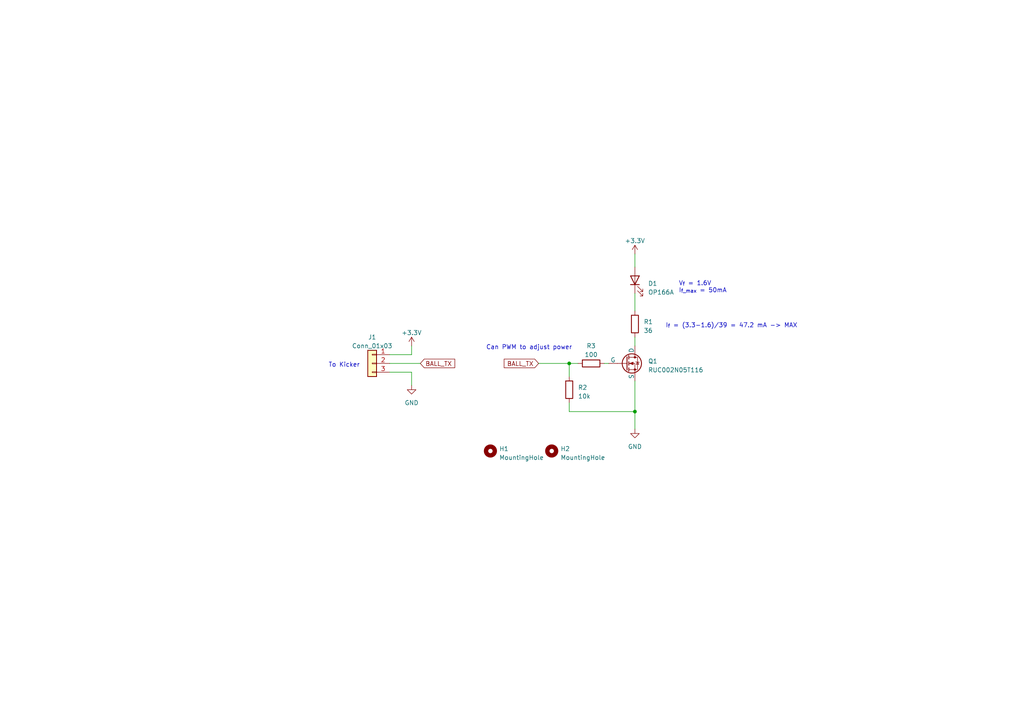
<source format=kicad_sch>
(kicad_sch (version 20230121) (generator eeschema)
  (paper "A4")
  (lib_symbols
    (symbol "Connector_Generic:Conn_01x03" (pin_names (offset 1.016) hide)
      (property "Reference" "J" (at 0 5.08 0))
      (property "Value" "Conn_01x03" (at 0 -5.08 0))
      (symbol "Conn_01x03_1_1"
        (rectangle (start -1.27 -2.413) (end 0 -2.667) (stroke (width 0.1524)))
        (rectangle (start -1.27 0.127) (end 0 -0.127) (stroke (width 0.1524)))
        (rectangle (start -1.27 2.667) (end 0 2.413) (stroke (width 0.1524)))
        (rectangle (start -1.27 3.81) (end 1.27 -3.81) (stroke (width 0.254)) (fill (type background)))
        (pin passive line (at -5.08 2.54 0) (length 3.81) (name "Pin_1") (number "1"))
        (pin passive line (at -5.08 0 0) (length 3.81) (name "Pin_2") (number "2"))
        (pin passive line (at -5.08 -2.54 0) (length 3.81) (name "Pin_3") (number "3"))
      )
    )
    (symbol "Device:LED" (pin_numbers hide) (pin_names (offset 1.016) hide)
      (property "Reference" "D" (at 0 2.54 0))
      (property "Value" "LED" (at 0 -2.54 0))
      (symbol "LED_0_1"
        (polyline (pts (xy -1.27 -1.27) (xy -1.27 1.27)) (stroke (width 0.254)))
        (polyline (pts (xy -1.27 0) (xy 1.27 0)))
        (polyline (pts (xy 1.27 -1.27) (xy 1.27 1.27) (xy -1.27 0) (xy 1.27 -1.27)) (stroke (width 0.254)))
        (polyline (pts (xy -3.048 -0.762) (xy -4.572 -2.286) (xy -3.81 -2.286) (xy -4.572 -2.286) (xy -4.572 -1.524)))
        (polyline (pts (xy -1.778 -0.762) (xy -3.302 -2.286) (xy -2.54 -2.286) (xy -3.302 -2.286) (xy -3.302 -1.524)))
      )
      (symbol "LED_1_1"
        (pin passive line (at -3.81 0 0) (length 2.54) (name "K") (number "1"))
        (pin passive line (at 3.81 0 180) (length 2.54) (name "A") (number "2"))
      )
    )
    (symbol "Device:R" (pin_numbers hide) (pin_names (offset 0))
      (property "Reference" "R" (at 2.032 0 90))
      (property "Value" "R" (at 0 0 90))
      (symbol "R_0_1"
        (rectangle (start -1.016 -2.54) (end 1.016 2.54) (stroke (width 0.254)))
      )
      (symbol "R_1_1"
        (pin passive line (at 0 3.81 270) (length 1.27) (name "~") (number "1"))
        (pin passive line (at 0 -3.81 90) (length 1.27) (name "~") (number "2"))
      )
    )
    (symbol "Mechanical:MountingHole" (pin_names (offset 1.016))
      (property "Reference" "H" (at 0 5.08 0))
      (property "Value" "MountingHole" (at 0 3.175 0))
      (symbol "MountingHole_0_1"
        (circle (center 0 0) (radius 1.27) (stroke (width 1.27)))
      )
    )
    (symbol "Simulation_SPICE:NMOS" (pin_numbers hide) (pin_names (offset 0))
      (property "Reference" "Q" (at 5.08 1.27 0))
      (property "Value" "NMOS" (at 5.08 -1.27 0))
      (symbol "NMOS_0_1"
        (polyline (pts (xy 0.254 0) (xy -2.54 0)))
        (polyline (pts (xy 0.254 1.905) (xy 0.254 -1.905)) (stroke (width 0.254)))
        (polyline (pts (xy 0.762 -1.27) (xy 0.762 -2.286)) (stroke (width 0.254)))
        (polyline (pts (xy 0.762 0.508) (xy 0.762 -0.508)) (stroke (width 0.254)))
        (polyline (pts (xy 0.762 2.286) (xy 0.762 1.27)) (stroke (width 0.254)))
        (polyline (pts (xy 2.54 2.54) (xy 2.54 1.778)))
        (polyline (pts (xy 2.54 -2.54) (xy 2.54 0) (xy 0.762 0)))
        (polyline (pts (xy 0.762 -1.778) (xy 3.302 -1.778) (xy 3.302 1.778) (xy 0.762 1.778)))
        (polyline (pts (xy 1.016 0) (xy 2.032 0.381) (xy 2.032 -0.381) (xy 1.016 0)) (fill (type outline)))
        (polyline (pts (xy 2.794 0.508) (xy 2.921 0.381) (xy 3.683 0.381) (xy 3.81 0.254)))
        (polyline (pts (xy 3.302 0.381) (xy 2.921 -0.254) (xy 3.683 -0.254) (xy 3.302 0.381)))
        (circle (center 1.651 0) (radius 2.794) (stroke (width 0.254)))
        (circle (center 2.54 -1.778) (radius 0.254) (fill (type outline)))
        (circle (center 2.54 1.778) (radius 0.254) (fill (type outline)))
      )
      (symbol "NMOS_1_1"
        (pin passive line (at 2.54 5.08 270) (length 2.54) (name "D") (number "1"))
        (pin input line (at -5.08 0 0) (length 2.54) (name "G") (number "2"))
        (pin passive line (at 2.54 -5.08 90) (length 2.54) (name "S") (number "3"))
      )
    )
    (symbol "power:+3.3V" (power) (pin_names (offset 0))
      (property "Value" "+3.3V" (at 0 3.556 0))
      (symbol "+3.3V_0_1"
        (polyline (pts (xy -0.762 1.27) (xy 0 2.54)))
        (polyline (pts (xy 0 0) (xy 0 2.54)))
        (polyline (pts (xy 0 2.54) (xy 0.762 1.27)))
      )
      (symbol "+3.3V_1_1"
        (pin power_in line (at 0 0 90) (length 0) hide (name "+3.3V") (number "1"))
      )
    )
    (symbol "power:GND" (power) (pin_names (offset 0))
      (property "Value" "GND" (at 0 -3.81 0))
      (symbol "GND_0_1"
        (polyline (pts (xy 0 0) (xy 0 -1.27) (xy 1.27 -1.27) (xy 0 -2.54) (xy -1.27 -1.27) (xy 0 -1.27)))
      )
      (symbol "GND_1_1"
        (pin power_in line (at 0 0 270) (length 0) hide (name "GND") (number "1"))
      )
    )
  )
  (junction (at 184.15 119.38))
  (junction (at 165.1 105.41))
  (wire (pts (xy 184.15 85.09) (xy 184.15 90.17)))
  (wire (pts (xy 165.1 116.84) (xy 165.1 119.38)))
  (wire (pts (xy 113.03 102.87) (xy 119.38 102.87)))
  (wire (pts (xy 184.15 110.49) (xy 184.15 119.38)))
  (wire (pts (xy 113.03 105.41) (xy 121.92 105.41)))
  (wire (pts (xy 156.21 105.41) (xy 165.1 105.41)))
  (wire (pts (xy 113.03 107.95) (xy 119.38 107.95)))
  (wire (pts (xy 184.15 119.38) (xy 184.15 124.46)))
  (wire (pts (xy 175.26 105.41) (xy 176.53 105.41)))
  (wire (pts (xy 165.1 105.41) (xy 167.64 105.41)))
  (wire (pts (xy 119.38 107.95) (xy 119.38 111.76)))
  (wire (pts (xy 119.38 102.87) (xy 119.38 100.33)))
  (wire (pts (xy 184.15 73.66) (xy 184.15 77.47)))
  (wire (pts (xy 165.1 119.38) (xy 184.15 119.38)))
  (wire (pts (xy 184.15 97.79) (xy 184.15 100.33)))
  (wire (pts (xy 165.1 105.41) (xy 165.1 109.22)))
  (text "I_{f} = (3.3-1.6)/39 = 47.2 mA -> MAX" (at 193.04 95.25 0) (effects (font (size 1.27 1.27)) (justify left bottom)))
  (text "To Kicker" (at 95.25 106.68 0) (effects (font (size 1.27 1.27)) (justify left bottom)))
  (text "V_{f} = 1.6V\nI_{f_max} = 50mA\n" (at 196.85 85.09 0) (effects (font (size 1.27 1.27)) (justify left bottom)))
  (text "Can PWM to adjust power" (at 140.97 101.6 0) (effects (font (size 1.27 1.27)) (justify left bottom)))
  (global_label "BALL_TX" (shape input) (at 121.92 105.41 0) (property "Intersheetrefs" "${INTERSHEET_REFS}" (effects hide)))
  (global_label "BALL_TX" (shape input) (at 156.21 105.41 180) (property "Intersheetrefs" "${INTERSHEET_REFS}" (effects hide)))
  (symbol (lib_id "power:+3.3V") (at 119.38 100.33 0) (unit 1)
    (property "Reference" "#PWR03" (effects hide))
    (property "Value" "+3.3V" (at 119.38 96.52 0))
  )
  (symbol (lib_id "power:+3.3V") (at 184.15 73.66 0) (unit 1)
    (property "Reference" "#PWR02" (effects hide))
    (property "Value" "+3.3V" (at 184.15 69.85 0))
  )
  (symbol (lib_id "Device:LED") (at 184.15 81.28 90) (unit 1)
    (property "Reference" "D1" (at 187.96 82.2325 90) (effects (justify right)))
    (property "Value" "OP166A" (at 187.96 84.7725 90) (effects (justify right)))
    (property "Footprint" "LED_THT:LED_D3.0mm" (effects hide))
  )
  (symbol (lib_id "Device:R") (at 171.45 105.41 90) (unit 1)
    (property "Reference" "R3" (at 171.45 100.33 90))
    (property "Value" "100" (at 171.45 102.87 90))
    (property "Footprint" "Resistor_SMD:R_0603_1608Metric_Pad0.98x0.95mm_HandSolder" (effects hide))
  )
  (symbol (lib_id "power:GND") (at 184.15 124.46 0) (unit 1)
    (property "Reference" "#PWR01" (effects hide))
    (property "Value" "GND" (at 184.15 129.54 0))
  )
  (symbol (lib_id "power:GND") (at 119.38 111.76 0) (unit 1)
    (property "Reference" "#PWR04" (effects hide))
    (property "Value" "GND" (at 119.38 116.84 0))
  )
  (symbol (lib_id "Mechanical:MountingHole") (at 160.02 130.81 0) (unit 1)
    (property "Reference" "H2" (at 162.56 130.175 0) (effects (justify left)))
    (property "Value" "MountingHole" (at 162.56 132.715 0) (effects (justify left)))
    (property "Footprint" "MountingHole:MountingHole_2.2mm_M2" (effects hide))
  )
  (symbol (lib_id "Connector_Generic:Conn_01x03") (at 107.95 105.41 0) (mirror y) (unit 1)
    (property "Reference" "J1" (at 107.95 97.79 0))
    (property "Value" "Conn_01x03" (at 107.95 100.33 0))
    (property "Footprint" "Connector_JST:JST_SH_SM03B-SRSS-TB_1x03-1MP_P1.00mm_Horizontal" (effects hide))
  )
  (symbol (lib_id "Device:R") (at 184.15 93.98 0) (unit 1)
    (property "Reference" "R1" (at 186.69 93.345 0) (effects (justify left)))
    (property "Value" "36" (at 186.69 95.885 0) (effects (justify left)))
    (property "Footprint" "Resistor_SMD:R_0603_1608Metric_Pad0.98x0.95mm_HandSolder" (effects hide))
  )
  (symbol (lib_id "Simulation_SPICE:NMOS") (at 181.61 105.41 0) (unit 1)
    (property "Reference" "Q1" (at 187.96 104.775 0) (effects (justify left)))
    (property "Value" "RUC002N05T116" (at 187.96 107.315 0) (effects (justify left)))
    (property "Footprint" "breakbeam-emitter:SOT23-3_ROM-L" (effects hide))
    (property "Datasheet" "https://ngspice.sourceforge.io/docs/ngspice-manual.pdf" (effects hide))
    (property "Sim.Device" "NMOS" (effects hide))
    (property "Sim.Type" "VDMOS" (effects hide))
    (property "Sim.Pins" "1=D 2=G 3=S" (effects hide))
  )
  (symbol (lib_id "Mechanical:MountingHole") (at 142.24 130.81 0) (unit 1)
    (property "Reference" "H1" (at 144.78 130.175 0) (effects (justify left)))
    (property "Value" "MountingHole" (at 144.78 132.715 0) (effects (justify left)))
    (property "Footprint" "MountingHole:MountingHole_2.2mm_M2" (effects hide))
  )
  (symbol (lib_id "Device:R") (at 165.1 113.03 0) (unit 1)
    (property "Reference" "R2" (at 167.64 112.395 0) (effects (justify left)))
    (property "Value" "10k" (at 167.64 114.935 0) (effects (justify left)))
    (property "Footprint" "Resistor_SMD:R_0603_1608Metric_Pad0.98x0.95mm_HandSolder" (effects hide))
  )
)
</source>
